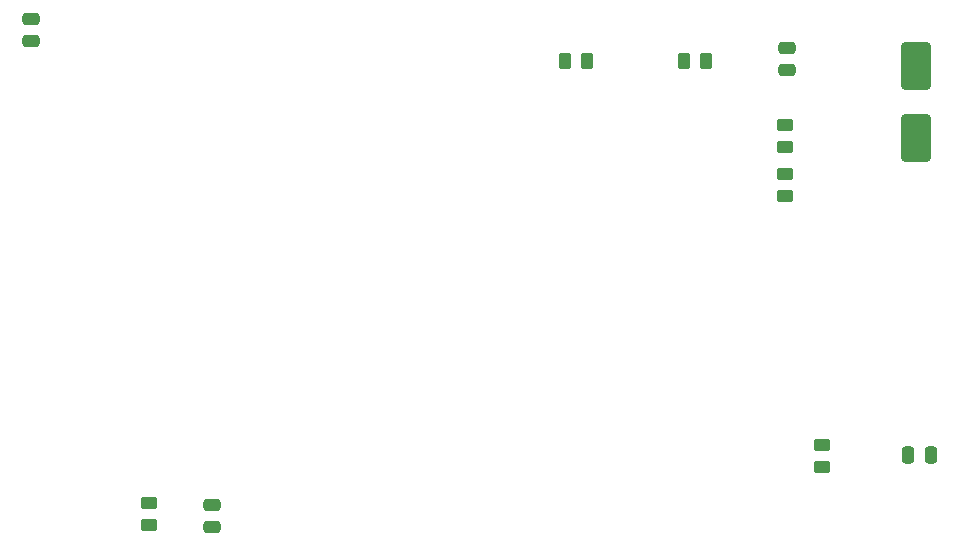
<source format=gbr>
%TF.GenerationSoftware,KiCad,Pcbnew,(6.0.9-0)*%
%TF.CreationDate,2023-03-02T20:06:06+01:00*%
%TF.ProjectId,Dolgoza,446f6c67-6f7a-4612-9e6b-696361645f70,rev?*%
%TF.SameCoordinates,Original*%
%TF.FileFunction,Paste,Top*%
%TF.FilePolarity,Positive*%
%FSLAX46Y46*%
G04 Gerber Fmt 4.6, Leading zero omitted, Abs format (unit mm)*
G04 Created by KiCad (PCBNEW (6.0.9-0)) date 2023-03-02 20:06:06*
%MOMM*%
%LPD*%
G01*
G04 APERTURE LIST*
G04 Aperture macros list*
%AMRoundRect*
0 Rectangle with rounded corners*
0 $1 Rounding radius*
0 $2 $3 $4 $5 $6 $7 $8 $9 X,Y pos of 4 corners*
0 Add a 4 corners polygon primitive as box body*
4,1,4,$2,$3,$4,$5,$6,$7,$8,$9,$2,$3,0*
0 Add four circle primitives for the rounded corners*
1,1,$1+$1,$2,$3*
1,1,$1+$1,$4,$5*
1,1,$1+$1,$6,$7*
1,1,$1+$1,$8,$9*
0 Add four rect primitives between the rounded corners*
20,1,$1+$1,$2,$3,$4,$5,0*
20,1,$1+$1,$4,$5,$6,$7,0*
20,1,$1+$1,$6,$7,$8,$9,0*
20,1,$1+$1,$8,$9,$2,$3,0*%
G04 Aperture macros list end*
%ADD10RoundRect,0.250000X-0.450000X0.262500X-0.450000X-0.262500X0.450000X-0.262500X0.450000X0.262500X0*%
%ADD11RoundRect,0.250000X0.450000X-0.262500X0.450000X0.262500X-0.450000X0.262500X-0.450000X-0.262500X0*%
%ADD12RoundRect,0.250000X-0.262500X-0.450000X0.262500X-0.450000X0.262500X0.450000X-0.262500X0.450000X0*%
%ADD13RoundRect,0.250000X-0.475000X0.250000X-0.475000X-0.250000X0.475000X-0.250000X0.475000X0.250000X0*%
%ADD14RoundRect,0.250000X-0.250000X-0.475000X0.250000X-0.475000X0.250000X0.475000X-0.250000X0.475000X0*%
%ADD15RoundRect,0.250000X0.475000X-0.250000X0.475000X0.250000X-0.475000X0.250000X-0.475000X-0.250000X0*%
%ADD16RoundRect,0.250000X-1.000000X1.750000X-1.000000X-1.750000X1.000000X-1.750000X1.000000X1.750000X0*%
G04 APERTURE END LIST*
D10*
%TO.C,R6*%
X90925000Y-102075000D03*
X90925000Y-103900000D03*
%TD*%
D11*
%TO.C,R5*%
X147900000Y-99012500D03*
X147900000Y-97187500D03*
%TD*%
D12*
%TO.C,R4*%
X136275000Y-64600000D03*
X138100000Y-64600000D03*
%TD*%
%TO.C,R3*%
X126175000Y-64600000D03*
X128000000Y-64600000D03*
%TD*%
D10*
%TO.C,R2*%
X144800000Y-70075000D03*
X144800000Y-71900000D03*
%TD*%
D11*
%TO.C,R1*%
X144800000Y-76052500D03*
X144800000Y-74227500D03*
%TD*%
D13*
%TO.C,C5*%
X96325000Y-102200000D03*
X96325000Y-104100000D03*
%TD*%
%TO.C,C4*%
X81000000Y-61050000D03*
X81000000Y-62950000D03*
%TD*%
D14*
%TO.C,C3*%
X155250000Y-98000000D03*
X157150000Y-98000000D03*
%TD*%
D15*
%TO.C,C2*%
X145000000Y-65400000D03*
X145000000Y-63500000D03*
%TD*%
D16*
%TO.C,C1*%
X155900000Y-65050000D03*
X155900000Y-71150000D03*
%TD*%
M02*

</source>
